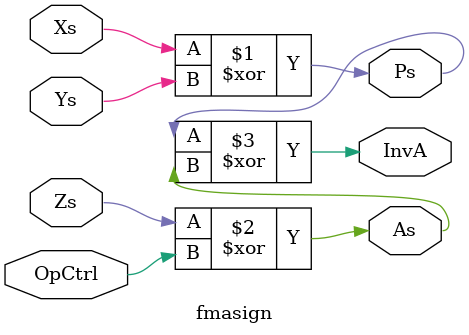
<source format=sv>
module fmasign (OpCtrl, Xs, Ys, Zs, Ps, As, InvA);

    input logic OpCtrl;
    input logic Xs, Ys, Zs;

    output logic Ps, As, InvA;

    assign Ps   =     Xs ^ Ys;
    assign As   = Zs ^ OpCtrl;
    assign InvA =     Ps ^ As;
    
endmodule
</source>
